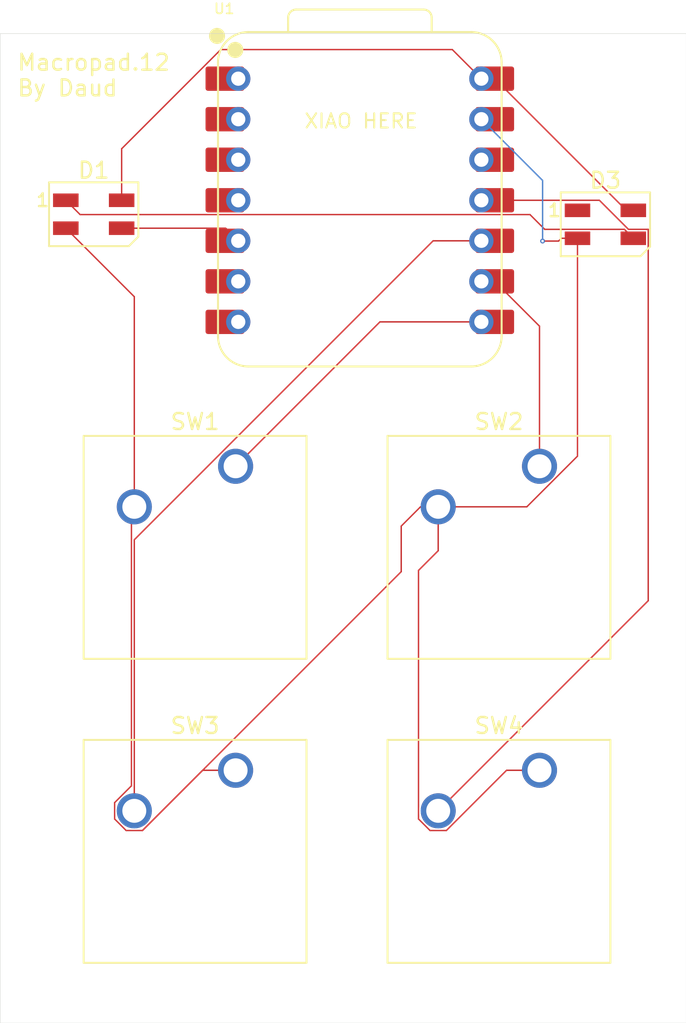
<source format=kicad_pcb>
(kicad_pcb (version 20241229) (generator "pcbnew") (generator_version "9.0")
  (layers (0 "F.Cu" signal) (4 "In1.Cu" signal) (6 "In2.Cu" jumper) (2 "B.Cu" power) (13 "F.Paste" user) (15 "B.Paste" user) (5 "F.SilkS" user "F.Silkscreen") (7 "B.SilkS" user "B.Silkscreen") (1 "F.Mask" user) (3 "B.Mask" user) (25 "Edge.Cuts" user))
  (net 0 "")
  (net 1 "Net-(D1-DOUT)")
  (net 2 "+5V")
  (net 3 "GND")
  (net 4 "Net-(D1-DIN)")
  (net 6 "Net-(U1-GPIO1_D7_CSn_RX)")
  (net 7 "Net-(U1-GPIO2_D8_SCK)")
  (net 8 "Net-(U1-GPIO4_D9_MISO)")
  (net 9 "Net-(U1-GPIO3_D10_MOSI)")
  (footprint "Button_Switch_Keyboard:SW_Cherry_MX_1.00u_PCB" (layer "F.Cu") (at 160.80625 157.1625)
    (property "Reference" "SW4" (at -2.54 -2.794 0) (layer "F.SilkS"))
    (property "Value" "SW_Push")
    (fp_line (start -9.525 -1.905) (end 4.445 -1.905) (stroke (width 0.12)) (layer "F.SilkS"))
    (fp_line (start -9.525 12.065) (end -9.525 -1.905) (stroke (width 0.12)) (layer "F.SilkS"))
    (fp_line (start 4.445 -1.905) (end 4.445 12.065) (stroke (width 0.12)) (layer "F.SilkS"))
    (fp_line (start 4.445 12.065) (end -9.525 12.065) (stroke (width 0.12)) (layer "F.SilkS"))
    (pad "" np_thru_hole circle (at -7.62 5.08) (size 1.7 1.7) (drill 1.7) (layers "*.Cu" "*.Mask"))
    (pad "" np_thru_hole circle (at -2.54 5.08) (size 4 4) (drill 4) (layers "*.Cu" "*.Mask"))
    (pad "" np_thru_hole circle (at 2.54 5.08) (size 1.7 1.7) (drill 1.7) (layers "*.Cu" "*.Mask"))
    (pad "1" thru_hole circle (at 0 0) (size 2.2 2.2) (drill 1.5) (layers "*.Cu" "*.Mask") (net 3 "GND"))
    (pad "2" thru_hole circle (at -6.35 2.54) (size 2.2 2.2) (drill 1.5) (layers "*.Cu" "*.Mask") (net 9 "Net-(U1-GPIO3_D10_MOSI)"))
  )
  (footprint "Button_Switch_Keyboard:SW_Cherry_MX_1.00u_PCB" (layer "F.Cu") (at 141.75625 138.1125)
    (property "Reference" "SW1" (at -2.54 -2.794 0) (layer "F.SilkS"))
    (property "Value" "SW_Push")
    (fp_line (start -9.525 -1.905) (end 4.445 -1.905) (stroke (width 0.12)) (layer "F.SilkS"))
    (fp_line (start -9.525 12.065) (end -9.525 -1.905) (stroke (width 0.12)) (layer "F.SilkS"))
    (fp_line (start 4.445 -1.905) (end 4.445 12.065) (stroke (width 0.12)) (layer "F.SilkS"))
    (fp_line (start 4.445 12.065) (end -9.525 12.065) (stroke (width 0.12)) (layer "F.SilkS"))
    (pad "" np_thru_hole circle (at -7.62 5.08) (size 1.7 1.7) (drill 1.7) (layers "*.Cu" "*.Mask"))
    (pad "" np_thru_hole circle (at -2.54 5.08) (size 4 4) (drill 4) (layers "*.Cu" "*.Mask"))
    (pad "" np_thru_hole circle (at 2.54 5.08) (size 1.7 1.7) (drill 1.7) (layers "*.Cu" "*.Mask"))
    (pad "1" thru_hole circle (at 0 0) (size 2.2 2.2) (drill 1.5) (layers "*.Cu" "*.Mask") (net 6 "Net-(U1-GPIO1_D7_CSn_RX)"))
    (pad "2" thru_hole circle (at -6.35 2.54) (size 2.2 2.2) (drill 1.5) (layers "*.Cu" "*.Mask") (net 3 "GND"))
  )
  (footprint "Button_Switch_Keyboard:SW_Cherry_MX_1.00u_PCB" (layer "F.Cu") (at 141.75625 157.1625)
    (property "Reference" "SW3" (at -2.54 -2.794 0) (layer "F.SilkS"))
    (property "Value" "SW_Push")
    (fp_line (start -9.525 -1.905) (end 4.445 -1.905) (stroke (width 0.12)) (layer "F.SilkS"))
    (fp_line (start -9.525 12.065) (end -9.525 -1.905) (stroke (width 0.12)) (layer "F.SilkS"))
    (fp_line (start 4.445 -1.905) (end 4.445 12.065) (stroke (width 0.12)) (layer "F.SilkS"))
    (fp_line (start 4.445 12.065) (end -9.525 12.065) (stroke (width 0.12)) (layer "F.SilkS"))
    (pad "" np_thru_hole circle (at -7.62 5.08) (size 1.7 1.7) (drill 1.7) (layers "*.Cu" "*.Mask"))
    (pad "" np_thru_hole circle (at -2.54 5.08) (size 4 4) (drill 4) (layers "*.Cu" "*.Mask"))
    (pad "" np_thru_hole circle (at 2.54 5.08) (size 1.7 1.7) (drill 1.7) (layers "*.Cu" "*.Mask"))
    (pad "1" thru_hole circle (at 0 0) (size 2.2 2.2) (drill 1.5) (layers "*.Cu" "*.Mask") (net 3 "GND"))
    (pad "2" thru_hole circle (at -6.35 2.54) (size 2.2 2.2) (drill 1.5) (layers "*.Cu" "*.Mask") (net 8 "Net-(U1-GPIO4_D9_MISO)"))
  )
  (footprint "Button_Switch_Keyboard:SW_Cherry_MX_1.00u_PCB" (layer "F.Cu") (at 160.80625 138.1125)
    (property "Reference" "SW2" (at -2.54 -2.794 0) (layer "F.SilkS"))
    (property "Value" "SW_Push")
    (fp_line (start -9.525 -1.905) (end 4.445 -1.905) (stroke (width 0.12)) (layer "F.SilkS"))
    (fp_line (start -9.525 12.065) (end -9.525 -1.905) (stroke (width 0.12)) (layer "F.SilkS"))
    (fp_line (start 4.445 -1.905) (end 4.445 12.065) (stroke (width 0.12)) (layer "F.SilkS"))
    (fp_line (start 4.445 12.065) (end -9.525 12.065) (stroke (width 0.12)) (layer "F.SilkS"))
    (pad "" np_thru_hole circle (at -7.62 5.08) (size 1.7 1.7) (drill 1.7) (layers "*.Cu" "*.Mask"))
    (pad "" np_thru_hole circle (at -2.54 5.08) (size 4 4) (drill 4) (layers "*.Cu" "*.Mask"))
    (pad "" np_thru_hole circle (at 2.54 5.08) (size 1.7 1.7) (drill 1.7) (layers "*.Cu" "*.Mask"))
    (pad "1" thru_hole circle (at 0 0) (size 2.2 2.2) (drill 1.5) (layers "*.Cu" "*.Mask") (net 7 "Net-(U1-GPIO2_D8_SCK)"))
    (pad "2" thru_hole circle (at -6.35 2.54) (size 2.2 2.2) (drill 1.5) (layers "*.Cu" "*.Mask") (net 3 "GND"))
  )
  (footprint "OPL:XIAO-RP2040-DIP" (layer "F.Cu") (at 149.5425 121.44375)
    (property "Reference" "U1" (at -8.5 -12 0) (layer "F.SilkS") (effects (font (size 0.635 0.635) (thickness 0.1016))))
    (property "Value" "XIAO-RP2040-SMD")
    (fp_line (start -8.89 8.509) (end -8.89 -8.636) (stroke (width 0.127)) (layer "F.SilkS"))
    (fp_line (start -6.985 10.414) (end 6.985 10.414) (stroke (width 0.127)) (layer "F.SilkS"))
    (fp_line (start -4.495 -10.541) (end -4.491272 -11.451272) (stroke (width 0.127)) (layer "F.SilkS"))
    (fp_line (start -3.991272 -11.951) (end 4.004 -11.951) (stroke (width 0.127)) (layer "F.SilkS"))
    (fp_line (start 4.504 -11.451) (end 4.504 -10.541) (stroke (width 0.127)) (layer "F.SilkS"))
    (fp_line (start 6.985 -10.541) (end -6.985 -10.541) (stroke (width 0.1)) (layer "F.SilkS"))
    (fp_line (start 6.985 -10.541) (end -6.985 -10.541) (stroke (width 0.127)) (layer "F.SilkS"))
    (fp_line (start 8.89 8.509) (end 8.89 -8.636) (stroke (width 0.127)) (layer "F.SilkS"))
    (fp_arc (start -8.89 -8.636) (mid -8.332038 -9.983038) (end -6.985 -10.541) (stroke (width 0.127)) (layer "F.SilkS"))
    (fp_arc (start -6.985 10.414) (mid -8.332038 9.856038) (end -8.89 8.509) (stroke (width 0.127)) (layer "F.SilkS"))
    (fp_arc (start -4.491272 -11.451272) (mid -4.344728 -11.80464) (end -3.991272 -11.951) (stroke (width 0.127)) (layer "F.SilkS"))
    (fp_arc (start 4.004 -11.951) (mid 4.357553 -11.804553) (end 4.504 -11.451) (stroke (width 0.127)) (layer "F.SilkS"))
    (fp_arc (start 6.985 -10.541) (mid 8.332038 -9.983038) (end 8.89 -8.636) (stroke (width 0.127)) (layer "F.SilkS"))
    (fp_arc (start 8.89 8.509) (mid 8.332038 9.856038) (end 6.985 10.414) (stroke (width 0.127)) (layer "F.SilkS"))
    (fp_circle (center -8.95 -10.3) (end -8.95 -10.554) (stroke (width 0.5)) (fill yes) (layer "F.SilkS"))
    (fp_circle (center -7.807 -9.42) (end -7.807 -9.674) (stroke (width 0.5)) (fill yes) (layer "F.SilkS"))
    (pad "1" smd roundrect (at -8.455 -7.62 180) (size 2.432 1.524) (layers "F.Cu" "F.Mask") (roundrect_rratio 0.1))
    (pad "1" thru_hole circle (at -7.62 -7.62 180) (size 1.524 1.524) (drill 0.889) (layers "*.Cu" "*.Mask"))
    (pad "2" smd roundrect (at -8.455 -5.08 180) (size 2.432 1.524) (layers "F.Cu" "F.Mask") (roundrect_rratio 0.1))
    (pad "2" thru_hole circle (at -7.62 -5.08 180) (size 1.524 1.524) (drill 0.889) (layers "*.Cu" "*.Mask"))
    (pad "3" smd roundrect (at -8.455 -2.54 180) (size 2.432 1.524) (layers "F.Cu" "F.Mask") (roundrect_rratio 0.1))
    (pad "3" thru_hole circle (at -7.62 -2.54 180) (size 1.524 1.524) (drill 0.889) (layers "*.Cu" "*.Mask"))
    (pad "4" smd roundrect (at -8.455 0 180) (size 2.432 1.524) (layers "F.Cu" "F.Mask") (roundrect_rratio 0.1))
    (pad "4" thru_hole circle (at -7.62 0 180) (size 1.524 1.524) (drill 0.889) (layers "*.Cu" "*.Mask"))
    (pad "5" smd roundrect (at -8.455 2.54 180) (size 2.432 1.524) (layers "F.Cu" "F.Mask") (roundrect_rratio 0.1) (net 4 "Net-(D1-DIN)"))
    (pad "5" thru_hole circle (at -7.62 2.54 180) (size 1.524 1.524) (drill 0.889) (layers "*.Cu" "*.Mask") (net 4 "Net-(D1-DIN)"))
    (pad "6" smd roundrect (at -8.455 5.08 180) (size 2.432 1.524) (layers "F.Cu" "F.Mask") (roundrect_rratio 0.1))
    (pad "6" thru_hole circle (at -7.62 5.08 180) (size 1.524 1.524) (drill 0.889) (layers "*.Cu" "*.Mask"))
    (pad "7" smd roundrect (at -8.455 7.62 180) (size 2.432 1.524) (layers "F.Cu" "F.Mask") (roundrect_rratio 0.1))
    (pad "7" thru_hole circle (at -7.62 7.62 180) (size 1.524 1.524) (drill 0.889) (layers "*.Cu" "*.Mask"))
    (pad "8" thru_hole circle (at 7.62 7.62) (size 1.524 1.524) (drill 0.889) (layers "*.Cu" "*.Mask") (net 6 "Net-(U1-GPIO1_D7_CSn_RX)"))
    (pad "8" smd roundrect (at 8.455 7.62) (size 2.432 1.524) (layers "F.Cu" "F.Mask") (roundrect_rratio 0.1) (net 6 "Net-(U1-GPIO1_D7_CSn_RX)"))
    (pad "9" thru_hole circle (at 7.62 5.08) (size 1.524 1.524) (drill 0.889) (layers "*.Cu" "*.Mask") (net 7 "Net-(U1-GPIO2_D8_SCK)"))
    (pad "9" smd roundrect (at 8.455 5.08) (size 2.432 1.524) (layers "F.Cu" "F.Mask") (roundrect_rratio 0.1) (net 7 "Net-(U1-GPIO2_D8_SCK)"))
    (pad "10" thru_hole circle (at 7.62 2.54) (size 1.524 1.524) (drill 0.889) (layers "*.Cu" "*.Mask") (net 8 "Net-(U1-GPIO4_D9_MISO)"))
    (pad "10" smd roundrect (at 8.455 2.54) (size 2.432 1.524) (layers "F.Cu" "F.Mask") (roundrect_rratio 0.1) (net 8 "Net-(U1-GPIO4_D9_MISO)"))
    (pad "11" thru_hole circle (at 7.62 0) (size 1.524 1.524) (drill 0.889) (layers "*.Cu" "*.Mask") (net 9 "Net-(U1-GPIO3_D10_MOSI)"))
    (pad "11" smd roundrect (at 8.455 0) (size 2.432 1.524) (layers "F.Cu" "F.Mask") (roundrect_rratio 0.1) (net 9 "Net-(U1-GPIO3_D10_MOSI)"))
    (pad "12" thru_hole circle (at 7.62 -2.54) (size 1.524 1.524) (drill 0.889) (layers "*.Cu" "*.Mask"))
    (pad "12" smd roundrect (at 8.455 -2.54) (size 2.432 1.524) (layers "F.Cu" "F.Mask") (roundrect_rratio 0.1))
    (pad "13" thru_hole circle (at 7.62 -5.08) (size 1.524 1.524) (drill 0.889) (layers "*.Cu" "*.Mask") (net 3 "GND"))
    (pad "13" smd roundrect (at 8.455 -5.08) (size 2.432 1.524) (layers "F.Cu" "F.Mask") (roundrect_rratio 0.1) (net 3 "GND"))
    (pad "14" thru_hole circle (at 7.62 -7.62) (size 1.524 1.524) (drill 0.889) (layers "*.Cu" "*.Mask") (net 2 "+5V"))
    (pad "14" smd roundrect (at 8.455 -7.62) (size 2.432 1.524) (layers "F.Cu" "F.Mask") (roundrect_rratio 0.1) (net 2 "+5V"))
  )
  (footprint "LED_SMD:LED_SK6812MINI_PLCC4_3.5x3.5mm_P1.75mm" (layer "F.Cu") (at 132.8625 122.31875)
    (property "Reference" "D1" (at 0 -2.75 0) (layer "F.SilkS"))
    (property "Value" "SK6812MINI")
    (fp_line (start -2.8 -2) (end -2.8 2) (stroke (width 0.12)) (layer "F.SilkS"))
    (fp_line (start -2.8 -2) (end 2.8 -2) (stroke (width 0.12)) (layer "F.SilkS"))
    (fp_line (start -2.8 2) (end 2.2 2) (stroke (width 0.12)) (layer "F.SilkS"))
    (fp_line (start 2.8 1.4) (end 2.2 2) (stroke (width 0.12)) (layer "F.SilkS"))
    (fp_line (start 2.8 1.4) (end 2.8 -2) (stroke (width 0.12)) (layer "F.SilkS"))
    (fp_text user "1" (at -3.2 -0.875 0) (layer "F.SilkS") (effects (font (size 0.8 0.8))))
    (pad "1" smd rect (at -1.75 -0.875) (size 1.6 0.85) (layers "F.Cu" "F.Mask" "F.Paste") (net 1 "Net-(D1-DOUT)"))
    (pad "2" smd rect (at -1.75 0.875) (size 1.6 0.85) (layers "F.Cu" "F.Mask" "F.Paste") (net 3 "GND"))
    (pad "3" smd rect (at 1.75 0.875) (size 1.6 0.85) (layers "F.Cu" "F.Mask" "F.Paste") (net 4 "Net-(D1-DIN)"))
    (pad "4" smd rect (at 1.75 -0.875) (size 1.6 0.85) (layers "F.Cu" "F.Mask" "F.Paste") (net 2 "+5V"))
  )
  (footprint "LED_SMD:LED_SK6812MINI_PLCC4_3.5x3.5mm_P1.75mm" (layer "F.Cu") (at 164.9375 122.95)
    (property "Reference" "D3" (at 0 -2.75 0) (layer "F.SilkS"))
    (property "Value" "SK6812MINI")
    (fp_line (start -2.8 -2) (end -2.8 2) (stroke (width 0.12)) (layer "F.SilkS"))
    (fp_line (start -2.8 -2) (end 2.8 -2) (stroke (width 0.12)) (layer "F.SilkS"))
    (fp_line (start -2.8 2) (end 2.2 2) (stroke (width 0.12)) (layer "F.SilkS"))
    (fp_line (start 2.8 1.4) (end 2.2 2) (stroke (width 0.12)) (layer "F.SilkS"))
    (fp_line (start 2.8 1.4) (end 2.8 -2) (stroke (width 0.12)) (layer "F.SilkS"))
    (fp_text user "1" (at -3.2 -0.875 0) (layer "F.SilkS") (effects (font (size 0.8 0.8))))
    (pad "1" smd rect (at -1.75 -0.875) (size 1.6 0.85) (layers "F.Cu" "F.Mask" "F.Paste"))
    (pad "2" smd rect (at -1.75 0.875) (size 1.6 0.85) (layers "F.Cu" "F.Mask" "F.Paste") (net 3 "GND"))
    (pad "3" smd rect (at 1.75 0.875) (size 1.6 0.85) (layers "F.Cu" "F.Mask" "F.Paste") (net 1 "Net-(D1-DOUT)"))
    (pad "4" smd rect (at 1.75 -0.875) (size 1.6 0.85) (layers "F.Cu" "F.Mask" "F.Paste") (net 2 "+5V"))
  )
  (gr_rect (start 127 111) (end 170 173) (stroke (width 0.0254)) (fill no) (layer "Edge.Cuts"))
  (gr_text "Macropad.12\nBy Daud" (at 128 115 0) (layer "F.SilkS") (effects (font (size 1 1)) (justify left bottom)))
  (gr_text "XIAO HERE" (at 146 117 0) (layer "F.SilkS") (effects (font (size 0.889 0.889) (thickness 0.127)) (justify left bottom)))
  (segment (start 132.00885 122.3401) (end 160.2089 122.3401) (width 0.0889) (layer "F.Cu") (net 1))
  (segment (start 131.1125 121.44375) (end 132.00885 122.3401) (width 0.0889) (layer "F.Cu") (net 1))
  (segment (start 166.12815 123.26565) (end 166.6875 123.825) (width 0.0889) (layer "F.Cu") (net 1))
  (segment (start 160.2089 122.3401) (end 161.13445 123.26565) (width 0.0889) (layer "F.Cu") (net 1))
  (segment (start 161.13445 123.26565) (end 166.12815 123.26565) (width 0.0889) (layer "F.Cu") (net 1))
  (segment (start 140.828302 112) (end 134.6125 118.215802) (width 0.0889) (layer "F.Cu") (net 2))
  (segment (start 155.33875 112) (end 140.828302 112) (width 0.0889) (layer "F.Cu") (net 2))
  (segment (start 166.6875 122.075) (end 166.24875 122.075) (width 0.0889) (layer "F.Cu") (net 2))
  (segment (start 134.6125 118.215802) (end 134.6125 121.44375) (width 0.0889) (layer "F.Cu") (net 2))
  (segment (start 157.1625 113.82375) (end 155.33875 112) (width 0.0889) (layer "F.Cu") (net 2))
  (segment (start 166.24875 122.075) (end 157.9975 113.82375) (width 0.0889) (layer "F.Cu") (net 2))
  (segment (start 154.45625 143.404384) (end 154.45625 140.6525) (width 0.0889) (layer "F.Cu") (net 3))
  (segment (start 135.40625 127.4875) (end 131.1125 123.19375) (width 0.0889) (layer "F.Cu") (net 3))
  (segment (start 163.1875 124) (end 163.1875 123.825) (width 0.0889) (layer "F.Cu") (net 3))
  (segment (start 135.40625 140.6525) (end 135.40625 127.4875) (width 0.0889) (layer "F.Cu") (net 3))
  (segment (start 134.1719 160.213785) (end 134.894965 160.93685) (width 0.0889) (layer "F.Cu") (net 3))
  (segment (start 134.894965 160.93685) (end 135.917535 160.93685) (width 0.0889) (layer "F.Cu") (net 3))
  (segment (start 154.967535 160.93685) (end 153.944965 160.93685) (width 0.0889) (layer "F.Cu") (net 3))
  (segment (start 153.2219 144.638734) (end 154.45625 143.404384) (width 0.0889) (layer "F.Cu") (net 3))
  (segment (start 135.917535 160.93685) (end 152.1384 144.715985) (width 0.0889) (layer "F.Cu") (net 3))
  (segment (start 153.944965 160.93685) (end 153.2219 160.213785) (width 0.0889) (layer "F.Cu") (net 3))
  (segment (start 160.011885 140.6525) (end 163.1875 137.476885) (width 0.0889) (layer "F.Cu") (net 3))
  (segment (start 139.691885 157.1625) (end 135.917535 160.93685) (width 0.0889) (layer "F.Cu") (net 3))
  (segment (start 161 124) (end 162 124) (width 0.0889) (layer "F.Cu") (net 3))
  (segment (start 135.40625 140.6525) (end 135.22745 140.8313) (width 0.0889) (layer "F.Cu") (net 3))
  (segment (start 135.22745 158.135665) (end 134.1719 159.191215) (width 0.0889) (layer "F.Cu") (net 3))
  (segment (start 162 124) (end 162.175 123.825) (width 0.0889) (layer "F.Cu") (net 3))
  (segment (start 154.45625 140.6525) (end 160.011885 140.6525) (width 0.0889) (layer "F.Cu") (net 3))
  (segment (start 135.22745 140.8313) (end 135.22745 158.135665) (width 0.0889) (layer "F.Cu") (net 3))
  (segment (start 162.175 123.825) (end 163.1875 123.825) (width 0.0889) (layer "F.Cu") (net 3))
  (segment (start 141.75625 157.1625) (end 139.691885 157.1625) (width 0.0889) (layer "F.Cu") (net 3))
  (segment (start 134.1719 159.191215) (end 134.1719 160.213785) (width 0.0889) (layer "F.Cu") (net 3))
  (segment (start 152.1384 144.715985) (end 152.1384 141.8616) (width 0.0889) (layer "F.Cu") (net 3))
  (segment (start 158.741885 157.1625) (end 154.967535 160.93685) (width 0.0889) (layer "F.Cu") (net 3))
  (segment (start 153.2219 160.213785) (end 153.2219 144.638734) (width 0.0889) (layer "F.Cu") (net 3))
  (segment (start 153.3475 140.6525) (end 154.45625 140.6525) (width 0.0889) (layer "F.Cu") (net 3))
  (segment (start 152.1384 141.8616) (end 153.3475 140.6525) (width 0.0889) (layer "F.Cu") (net 3))
  (segment (start 163.1875 137.476885) (end 163.1875 124) (width 0.0889) (layer "F.Cu") (net 3))
  (segment (start 160.80625 157.1625) (end 158.741885 157.1625) (width 0.0889) (layer "F.Cu") (net 3))
  (via (at 161 124) (size 0.3) (drill 0.15) (layers "F.Cu" "B.Cu") (net 3))
  (segment (start 157.1625 116.36375) (end 161 120.20125) (width 0.0889) (layer "B.Cu") (net 3))
  (segment (start 161 120.20125) (end 161 124) (width 0.0889) (layer "B.Cu") (net 3))
  (segment (start 134.6125 123.19375) (end 141.1325 123.19375) (width 0.0889) (layer "F.Cu") (net 4))
  (segment (start 141.1325 123.19375) (end 141.9225 123.98375) (width 0.0889) (layer "F.Cu") (net 4))
  (segment (start 150.805 129.06375) (end 157.1625 129.06375) (width 0.0889) (layer "F.Cu") (net 6))
  (segment (start 141.75625 138.1125) (end 150.805 129.06375) (width 0.0889) (layer "F.Cu") (net 6))
  (segment (start 160.80625 138.1125) (end 160.80625 129.3325) (width 0.0889) (layer "F.Cu") (net 7))
  (segment (start 160.80625 129.3325) (end 157.9975 126.52375) (width 0.0889) (layer "F.Cu") (net 7))
  (segment (start 154.139365 123.98375) (end 157.1625 123.98375) (width 0.0889) (layer "F.Cu") (net 8))
  (segment (start 135.40625 159.7025) (end 135.40625 142.716865) (width 0.0889) (layer "F.Cu") (net 8))
  (segment (start 135.40625 142.716865) (end 154.139365 123.98375) (width 0.0889) (layer "F.Cu") (net 8))
  (segment (start 167.62185 146.5369) (end 167.62185 123.26565) (width 0.0889) (layer "F.Cu") (net 9))
  (segment (start 164.559111 121.44375) (end 157.1625 121.44375) (width 0.0889) (layer "F.Cu") (net 9))
  (segment (start 167.62185 123.26565) (end 166.381011 123.26565) (width 0.0889) (layer "F.Cu") (net 9))
  (segment (start 154.45625 159.7025) (end 167.62185 146.5369) (width 0.0889) (layer "F.Cu") (net 9))
  (segment (start 166.381011 123.26565) (end 165.057681 121.942319) (width 0.0889) (layer "F.Cu") (net 9))
  (segment (start 165.057681 121.942319) (end 164.559111 121.44375) (width 0.0889) (layer "F.Cu") (net 9))
)
</source>
